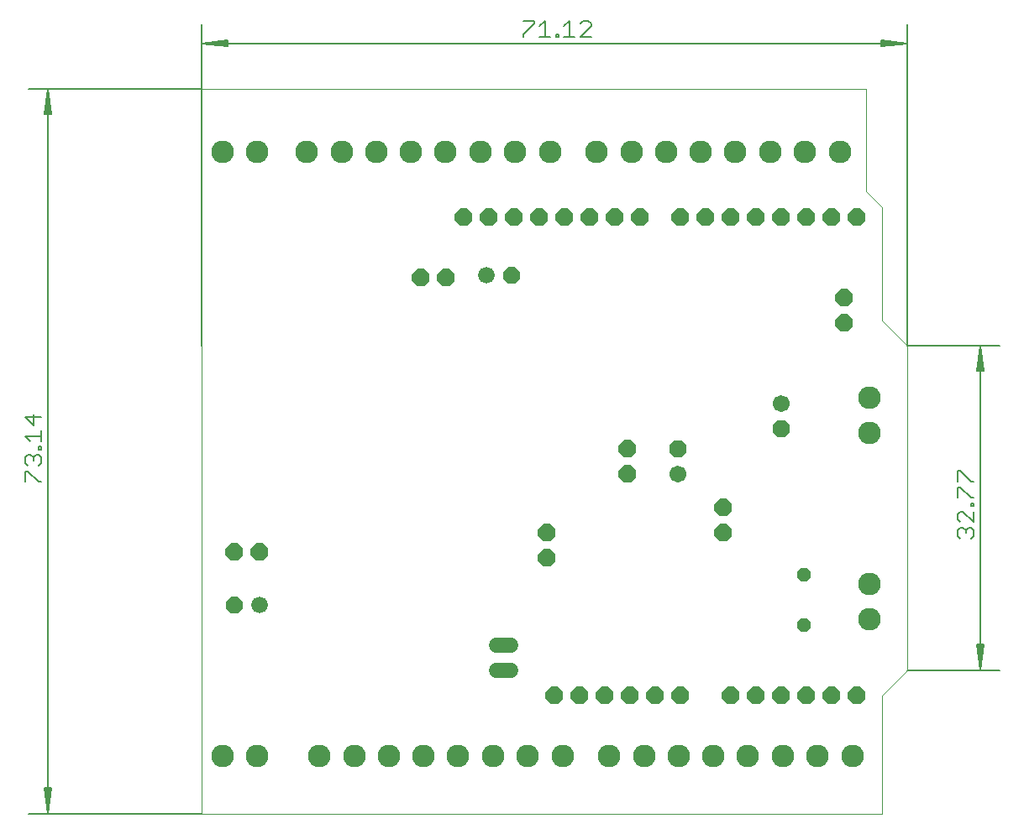
<source format=gbs>
G75*
G70*
%OFA0B0*%
%FSLAX24Y24*%
%IPPOS*%
%LPD*%
%AMOC8*
5,1,8,0,0,1.08239X$1,22.5*
%
%ADD10C,0.0000*%
%ADD11C,0.0051*%
%ADD12C,0.0060*%
%ADD13C,0.0900*%
%ADD14OC8,0.0700*%
%ADD15OC8,0.0670*%
%ADD16C,0.0670*%
%ADD17OC8,0.0560*%
%ADD18OC8,0.0660*%
%ADD19C,0.0660*%
%ADD20C,0.0600*%
D10*
X007360Y000754D02*
X007360Y029550D01*
X033730Y029550D01*
X033730Y025484D01*
X034360Y024854D01*
X034360Y020354D01*
X035360Y019354D01*
X035360Y006454D01*
X034360Y005454D01*
X034360Y000754D01*
X007360Y000754D01*
D11*
X000492Y000754D01*
X001260Y000754D02*
X001362Y001778D01*
X001385Y001778D02*
X001260Y000754D01*
X001157Y001778D01*
X001134Y001778D02*
X001385Y001778D01*
X001311Y001778D02*
X001260Y000754D01*
X001208Y001778D01*
X001134Y001778D02*
X001260Y000754D01*
X001260Y029550D01*
X001362Y028527D01*
X001385Y028527D02*
X001260Y029550D01*
X001157Y028527D01*
X001134Y028527D02*
X001385Y028527D01*
X001311Y028527D02*
X001260Y029550D01*
X001208Y028527D01*
X001134Y028527D02*
X001260Y029550D01*
X000492Y029550D02*
X007360Y029550D01*
X007360Y031354D02*
X008383Y031252D01*
X008383Y031228D02*
X007360Y031354D01*
X008383Y031456D01*
X008383Y031480D02*
X008383Y031228D01*
X008383Y031303D02*
X007360Y031354D01*
X008383Y031405D01*
X008383Y031480D02*
X007360Y031354D01*
X035360Y031354D01*
X034336Y031252D01*
X034336Y031228D02*
X035360Y031354D01*
X034336Y031456D01*
X034336Y031480D02*
X034336Y031228D01*
X034336Y031303D02*
X035360Y031354D01*
X034336Y031405D01*
X034336Y031480D02*
X035360Y031354D01*
X035360Y032122D02*
X035360Y019354D01*
X039027Y019354D01*
X038260Y019354D02*
X038362Y018330D01*
X038385Y018330D02*
X038134Y018330D01*
X038260Y019354D01*
X038157Y018330D01*
X038208Y018330D02*
X038260Y019354D01*
X038311Y018330D01*
X038385Y018330D02*
X038260Y019354D01*
X038260Y006454D01*
X038362Y007478D01*
X038385Y007478D02*
X038134Y007478D01*
X038260Y006454D01*
X038157Y007478D01*
X038208Y007478D02*
X038260Y006454D01*
X038311Y007478D01*
X038385Y007478D02*
X038260Y006454D01*
X039027Y006454D02*
X035360Y006454D01*
X007360Y019354D02*
X007360Y032122D01*
D12*
X020137Y032251D02*
X020564Y032251D01*
X020564Y032144D01*
X020137Y031717D01*
X020137Y031610D01*
X020781Y031610D02*
X021208Y031610D01*
X020995Y031610D02*
X020995Y032251D01*
X020781Y032037D01*
X021426Y031717D02*
X021533Y031717D01*
X021533Y031610D01*
X021426Y031610D01*
X021426Y031717D01*
X021748Y031610D02*
X022175Y031610D01*
X021962Y031610D02*
X021962Y032251D01*
X021748Y032037D01*
X022393Y032144D02*
X022499Y032251D01*
X022713Y032251D01*
X022820Y032144D01*
X022820Y032037D01*
X022393Y031610D01*
X022820Y031610D01*
X037363Y014364D02*
X037470Y014364D01*
X037897Y013937D01*
X038003Y013937D01*
X037470Y013720D02*
X037897Y013293D01*
X038003Y013293D01*
X038003Y013077D02*
X038003Y012970D01*
X037897Y012970D01*
X037897Y013077D01*
X038003Y013077D01*
X038003Y012753D02*
X038003Y012326D01*
X037576Y012753D01*
X037470Y012753D01*
X037363Y012646D01*
X037363Y012433D01*
X037470Y012326D01*
X037470Y012108D02*
X037576Y012108D01*
X037683Y012002D01*
X037790Y012108D01*
X037897Y012108D01*
X038003Y012002D01*
X038003Y011788D01*
X037897Y011681D01*
X037683Y011895D02*
X037683Y012002D01*
X037470Y012108D02*
X037363Y012002D01*
X037363Y011788D01*
X037470Y011681D01*
X037363Y013293D02*
X037363Y013720D01*
X037470Y013720D01*
X037363Y013937D02*
X037363Y014364D01*
X001003Y014681D02*
X000897Y014574D01*
X001003Y014681D02*
X001003Y014894D01*
X000897Y015001D01*
X000790Y015001D01*
X000683Y014894D01*
X000683Y014787D01*
X000683Y014894D02*
X000576Y015001D01*
X000470Y015001D01*
X000363Y014894D01*
X000363Y014681D01*
X000470Y014574D01*
X000470Y014356D02*
X000897Y013929D01*
X001003Y013929D01*
X000363Y013929D02*
X000363Y014356D01*
X000470Y014356D01*
X000897Y015218D02*
X000897Y015325D01*
X001003Y015325D01*
X001003Y015218D01*
X000897Y015218D01*
X001003Y015541D02*
X001003Y015968D01*
X001003Y015754D02*
X000363Y015754D01*
X000576Y015541D01*
X000683Y016185D02*
X000683Y016612D01*
X000363Y016506D02*
X000683Y016185D01*
X001003Y016506D02*
X000363Y016506D01*
D13*
X008190Y027054D03*
X009568Y027054D03*
X011537Y027054D03*
X012915Y027054D03*
X014293Y027054D03*
X015671Y027054D03*
X017048Y027054D03*
X018426Y027054D03*
X019804Y027054D03*
X021182Y027054D03*
X023037Y027054D03*
X024415Y027054D03*
X025793Y027054D03*
X027171Y027054D03*
X028548Y027054D03*
X029926Y027054D03*
X031304Y027054D03*
X032682Y027054D03*
X033860Y017263D03*
X033860Y015885D03*
X033860Y009863D03*
X033860Y008485D03*
X033182Y003054D03*
X031804Y003054D03*
X030426Y003054D03*
X029048Y003054D03*
X027671Y003054D03*
X026293Y003054D03*
X024915Y003054D03*
X023537Y003054D03*
X021682Y003054D03*
X020304Y003054D03*
X018926Y003054D03*
X017548Y003054D03*
X016171Y003054D03*
X014793Y003054D03*
X013415Y003054D03*
X012037Y003054D03*
X009568Y003054D03*
X008190Y003054D03*
D14*
X008660Y011154D03*
X009660Y011154D03*
X021060Y010904D03*
X021060Y011904D03*
X024260Y014254D03*
X024260Y015254D03*
X028060Y012904D03*
X028060Y011904D03*
X028360Y005454D03*
X029360Y005454D03*
X030360Y005454D03*
X031360Y005454D03*
X032360Y005454D03*
X033360Y005454D03*
X026360Y005454D03*
X025360Y005454D03*
X024360Y005454D03*
X023360Y005454D03*
X022360Y005454D03*
X021360Y005454D03*
X032860Y020254D03*
X032860Y021254D03*
X033360Y024454D03*
X032360Y024454D03*
X031360Y024454D03*
X030360Y024454D03*
X029360Y024454D03*
X028360Y024454D03*
X027360Y024454D03*
X026360Y024454D03*
X024760Y024454D03*
X023760Y024454D03*
X022760Y024454D03*
X021760Y024454D03*
X020760Y024454D03*
X019760Y024454D03*
X018760Y024454D03*
X017760Y024454D03*
X017060Y022054D03*
X016060Y022054D03*
D15*
X026260Y015254D03*
X030360Y016054D03*
D16*
X030360Y017054D03*
X026260Y014254D03*
D17*
X031260Y010254D03*
X031260Y008254D03*
D18*
X019660Y022154D03*
X008660Y009054D03*
D19*
X009660Y009054D03*
X018660Y022154D03*
D20*
X019080Y007454D02*
X019640Y007454D01*
X019640Y006454D02*
X019080Y006454D01*
M02*

</source>
